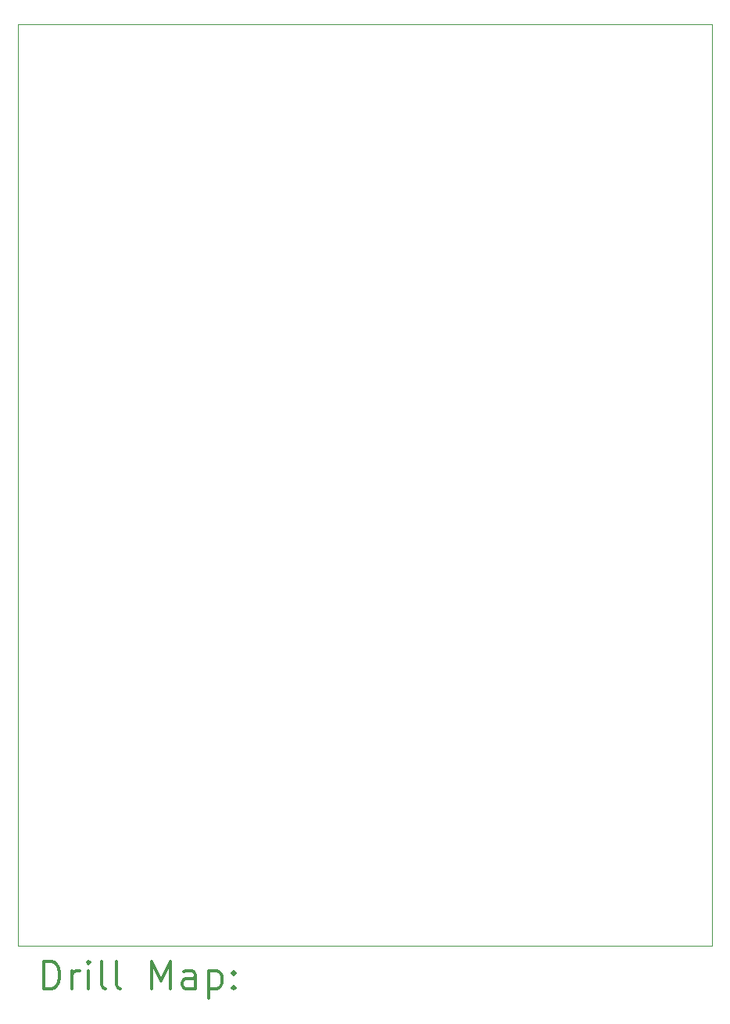
<source format=gbr>
%FSLAX45Y45*%
G04 Gerber Fmt 4.5, Leading zero omitted, Abs format (unit mm)*
G04 Created by KiCad (PCBNEW (5.1.4)-1) date 2023-06-30 15:23:16*
%MOMM*%
%LPD*%
G04 APERTURE LIST*
%ADD10C,0.050000*%
%ADD11C,0.200000*%
%ADD12C,0.300000*%
G04 APERTURE END LIST*
D10*
X6457950Y-22618700D02*
X6451600Y-12649200D01*
X13976350Y-22618700D02*
X6457950Y-22618700D01*
X13976350Y-12649200D02*
X13976350Y-22618700D01*
X6451600Y-12649200D02*
X13976350Y-12649200D01*
D11*
D12*
X6735528Y-23086914D02*
X6735528Y-22786914D01*
X6806957Y-22786914D01*
X6849814Y-22801200D01*
X6878386Y-22829771D01*
X6892671Y-22858343D01*
X6906957Y-22915486D01*
X6906957Y-22958343D01*
X6892671Y-23015486D01*
X6878386Y-23044057D01*
X6849814Y-23072629D01*
X6806957Y-23086914D01*
X6735528Y-23086914D01*
X7035528Y-23086914D02*
X7035528Y-22886914D01*
X7035528Y-22944057D02*
X7049814Y-22915486D01*
X7064100Y-22901200D01*
X7092671Y-22886914D01*
X7121243Y-22886914D01*
X7221243Y-23086914D02*
X7221243Y-22886914D01*
X7221243Y-22786914D02*
X7206957Y-22801200D01*
X7221243Y-22815486D01*
X7235528Y-22801200D01*
X7221243Y-22786914D01*
X7221243Y-22815486D01*
X7406957Y-23086914D02*
X7378386Y-23072629D01*
X7364100Y-23044057D01*
X7364100Y-22786914D01*
X7564100Y-23086914D02*
X7535528Y-23072629D01*
X7521243Y-23044057D01*
X7521243Y-22786914D01*
X7906957Y-23086914D02*
X7906957Y-22786914D01*
X8006957Y-23001200D01*
X8106957Y-22786914D01*
X8106957Y-23086914D01*
X8378386Y-23086914D02*
X8378386Y-22929771D01*
X8364100Y-22901200D01*
X8335528Y-22886914D01*
X8278386Y-22886914D01*
X8249814Y-22901200D01*
X8378386Y-23072629D02*
X8349814Y-23086914D01*
X8278386Y-23086914D01*
X8249814Y-23072629D01*
X8235528Y-23044057D01*
X8235528Y-23015486D01*
X8249814Y-22986914D01*
X8278386Y-22972629D01*
X8349814Y-22972629D01*
X8378386Y-22958343D01*
X8521243Y-22886914D02*
X8521243Y-23186914D01*
X8521243Y-22901200D02*
X8549814Y-22886914D01*
X8606957Y-22886914D01*
X8635528Y-22901200D01*
X8649814Y-22915486D01*
X8664100Y-22944057D01*
X8664100Y-23029771D01*
X8649814Y-23058343D01*
X8635528Y-23072629D01*
X8606957Y-23086914D01*
X8549814Y-23086914D01*
X8521243Y-23072629D01*
X8792671Y-23058343D02*
X8806957Y-23072629D01*
X8792671Y-23086914D01*
X8778386Y-23072629D01*
X8792671Y-23058343D01*
X8792671Y-23086914D01*
X8792671Y-22901200D02*
X8806957Y-22915486D01*
X8792671Y-22929771D01*
X8778386Y-22915486D01*
X8792671Y-22901200D01*
X8792671Y-22929771D01*
M02*

</source>
